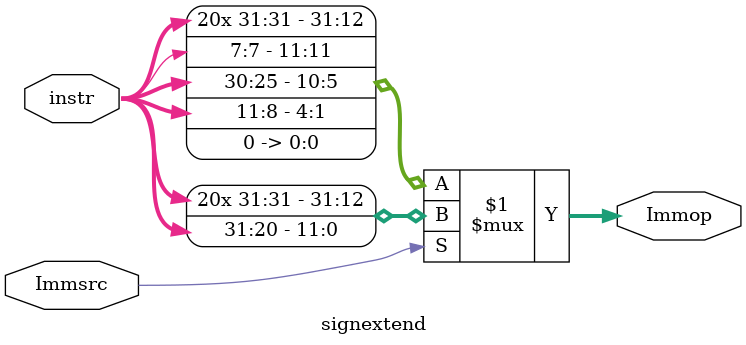
<source format=sv>
module signextend #(
    parameter WIDTH = 32
)(
    input logic              Immsrc,
    input logic [WIDTH-1:0]  instr,
    output logic [WIDTH-1:0] Immop
);

    assign Immop = Immsrc ? {{20{instr[31]}}, instr[31:20]} : {{20{instr[31]}}, instr[7], instr[30:25], instr[11:8], 1'b0};
    

endmodule

</source>
